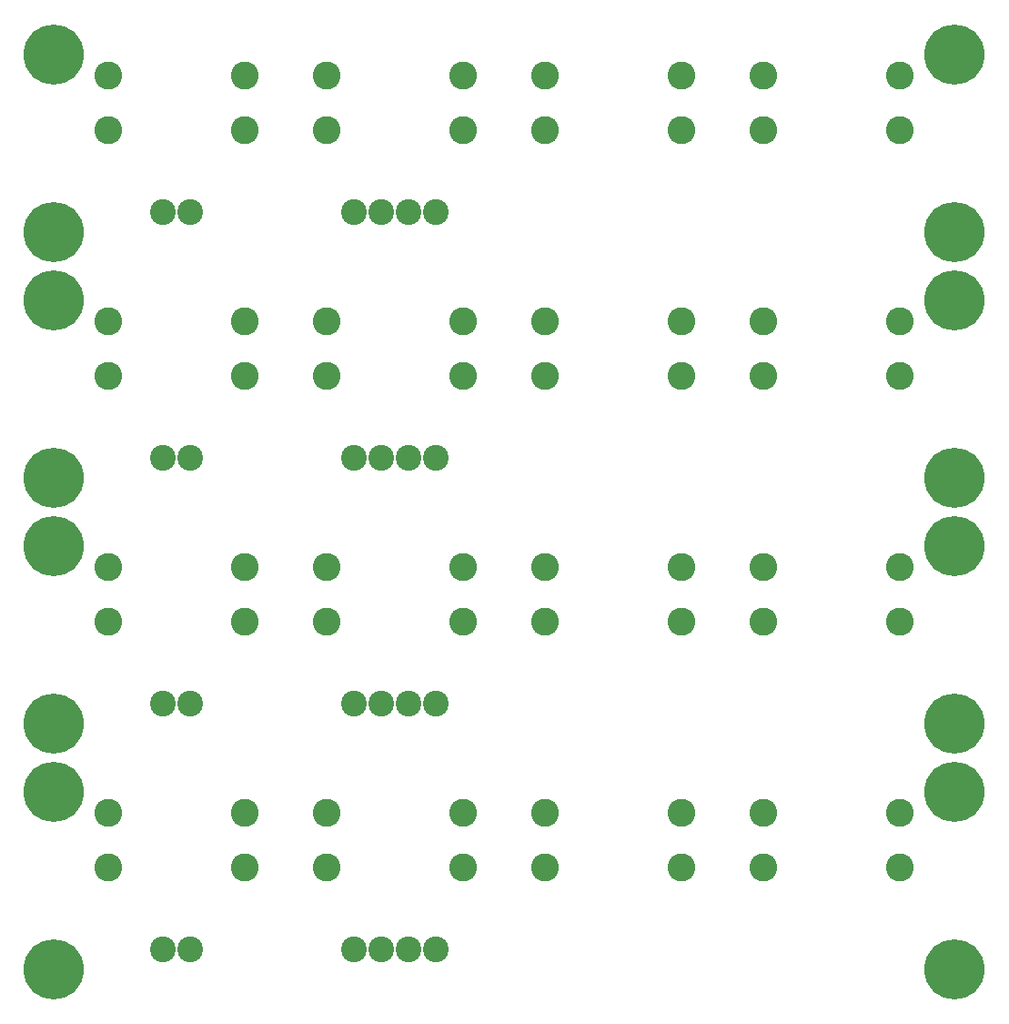
<source format=gbr>
%FSLAX34Y34*%
%MOMM*%
%LNSOLDERMASK_BOTTOM*%
G71*
G01*
%ADD10C, 2.600*%
%ADD11C, 2.400*%
%ADD12C, 5.600*%
%ADD13C, 2.400*%
%ADD14C, 2.600*%
%LPD*%
X82550Y-50800D02*
G54D10*
D03*
X82550Y-101600D02*
G54D10*
D03*
X209550Y-50800D02*
G54D10*
D03*
X209550Y-101600D02*
G54D10*
D03*
X158750Y-177799D02*
G54D11*
D03*
X133350Y-177799D02*
G54D11*
D03*
X31750Y-31750D02*
G54D12*
D03*
X31750Y-196850D02*
G54D12*
D03*
X869950Y-196850D02*
G54D12*
D03*
X869950Y-31750D02*
G54D12*
D03*
X285750Y-50800D02*
G54D10*
D03*
X285750Y-101600D02*
G54D10*
D03*
X412750Y-50800D02*
G54D10*
D03*
X412750Y-101600D02*
G54D10*
D03*
X488950Y-50800D02*
G54D10*
D03*
X488950Y-101600D02*
G54D10*
D03*
X615950Y-50800D02*
G54D10*
D03*
X615950Y-101600D02*
G54D10*
D03*
X692150Y-50800D02*
G54D10*
D03*
X692150Y-101600D02*
G54D10*
D03*
X819150Y-50800D02*
G54D10*
D03*
X819150Y-101600D02*
G54D10*
D03*
X387350Y-177800D02*
G54D13*
D03*
X361950Y-177800D02*
G54D13*
D03*
X336550Y-177800D02*
G54D13*
D03*
X311150Y-177800D02*
G54D13*
D03*
X311150Y-177800D02*
G54D11*
D03*
X285750Y-50800D02*
G54D14*
D03*
X285750Y-50800D02*
G54D10*
D03*
X412750Y-50800D02*
G54D10*
D03*
X488950Y-50800D02*
G54D10*
D03*
X615950Y-50800D02*
G54D10*
D03*
X692150Y-50800D02*
G54D10*
D03*
X819150Y-50800D02*
G54D10*
D03*
X82550Y-279400D02*
G54D10*
D03*
X82550Y-330200D02*
G54D10*
D03*
X209550Y-279400D02*
G54D10*
D03*
X209550Y-330200D02*
G54D10*
D03*
X158750Y-406399D02*
G54D11*
D03*
X133350Y-406399D02*
G54D11*
D03*
X31750Y-260350D02*
G54D12*
D03*
X31750Y-425450D02*
G54D12*
D03*
X869950Y-425450D02*
G54D12*
D03*
X869950Y-260350D02*
G54D12*
D03*
X285750Y-279400D02*
G54D10*
D03*
X285750Y-330200D02*
G54D10*
D03*
X412750Y-279400D02*
G54D10*
D03*
X412750Y-330200D02*
G54D10*
D03*
X488950Y-279400D02*
G54D10*
D03*
X488950Y-330200D02*
G54D10*
D03*
X615950Y-279400D02*
G54D10*
D03*
X615950Y-330200D02*
G54D10*
D03*
X692150Y-279400D02*
G54D10*
D03*
X692150Y-330200D02*
G54D10*
D03*
X819150Y-279400D02*
G54D10*
D03*
X819150Y-330200D02*
G54D10*
D03*
X387350Y-406400D02*
G54D13*
D03*
X361950Y-406400D02*
G54D13*
D03*
X336550Y-406400D02*
G54D13*
D03*
X311150Y-406400D02*
G54D13*
D03*
X311150Y-406400D02*
G54D11*
D03*
X285750Y-279400D02*
G54D14*
D03*
X285750Y-279400D02*
G54D10*
D03*
X412750Y-279400D02*
G54D10*
D03*
X488950Y-279400D02*
G54D10*
D03*
X615950Y-279400D02*
G54D10*
D03*
X692150Y-279400D02*
G54D10*
D03*
X819150Y-279400D02*
G54D10*
D03*
X82550Y-508000D02*
G54D10*
D03*
X82550Y-558800D02*
G54D10*
D03*
X209550Y-508000D02*
G54D10*
D03*
X209550Y-558800D02*
G54D10*
D03*
X158750Y-634999D02*
G54D11*
D03*
X133350Y-634999D02*
G54D11*
D03*
X31750Y-488950D02*
G54D12*
D03*
X31750Y-654050D02*
G54D12*
D03*
X869950Y-654050D02*
G54D12*
D03*
X869950Y-488950D02*
G54D12*
D03*
X285750Y-508000D02*
G54D10*
D03*
X285750Y-558800D02*
G54D10*
D03*
X412750Y-508000D02*
G54D10*
D03*
X412750Y-558800D02*
G54D10*
D03*
X488950Y-508000D02*
G54D10*
D03*
X488950Y-558800D02*
G54D10*
D03*
X615950Y-508000D02*
G54D10*
D03*
X615950Y-558800D02*
G54D10*
D03*
X692150Y-508000D02*
G54D10*
D03*
X692150Y-558800D02*
G54D10*
D03*
X819150Y-508000D02*
G54D10*
D03*
X819150Y-558800D02*
G54D10*
D03*
X387350Y-635000D02*
G54D13*
D03*
X361950Y-635000D02*
G54D13*
D03*
X336550Y-635000D02*
G54D13*
D03*
X311150Y-635000D02*
G54D13*
D03*
X311150Y-635000D02*
G54D11*
D03*
X285750Y-508000D02*
G54D14*
D03*
X285750Y-508000D02*
G54D10*
D03*
X412750Y-508000D02*
G54D10*
D03*
X488950Y-508000D02*
G54D10*
D03*
X615950Y-508000D02*
G54D10*
D03*
X692150Y-508000D02*
G54D10*
D03*
X819150Y-508000D02*
G54D10*
D03*
X82550Y-736600D02*
G54D10*
D03*
X82550Y-787400D02*
G54D10*
D03*
X209550Y-736600D02*
G54D10*
D03*
X209550Y-787400D02*
G54D10*
D03*
X158750Y-863599D02*
G54D11*
D03*
X133350Y-863599D02*
G54D11*
D03*
X31750Y-717550D02*
G54D12*
D03*
X31750Y-882650D02*
G54D12*
D03*
X869950Y-882650D02*
G54D12*
D03*
X869950Y-717550D02*
G54D12*
D03*
X285750Y-736600D02*
G54D10*
D03*
X285750Y-787400D02*
G54D10*
D03*
X412750Y-736600D02*
G54D10*
D03*
X412750Y-787400D02*
G54D10*
D03*
X488950Y-736600D02*
G54D10*
D03*
X488950Y-787400D02*
G54D10*
D03*
X615950Y-736600D02*
G54D10*
D03*
X615950Y-787400D02*
G54D10*
D03*
X692150Y-736600D02*
G54D10*
D03*
X692150Y-787400D02*
G54D10*
D03*
X819150Y-736600D02*
G54D10*
D03*
X819150Y-787400D02*
G54D10*
D03*
X387350Y-863600D02*
G54D13*
D03*
X361950Y-863600D02*
G54D13*
D03*
X336550Y-863600D02*
G54D13*
D03*
X311150Y-863600D02*
G54D13*
D03*
X311150Y-863600D02*
G54D11*
D03*
X285750Y-736600D02*
G54D14*
D03*
X285750Y-736600D02*
G54D10*
D03*
X412750Y-736600D02*
G54D10*
D03*
X488950Y-736600D02*
G54D10*
D03*
X615950Y-736600D02*
G54D10*
D03*
X692150Y-736600D02*
G54D10*
D03*
X819150Y-736600D02*
G54D10*
D03*
M02*

</source>
